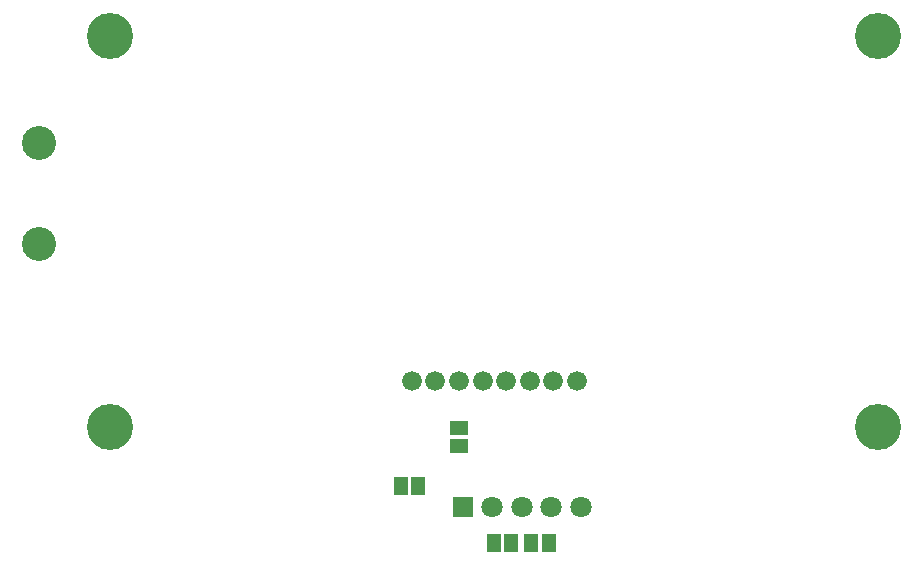
<source format=gts>
G04*
G04 #@! TF.GenerationSoftware,Altium Limited,Altium Designer,20.1.11 (218)*
G04*
G04 Layer_Color=8388736*
%FSLAX25Y25*%
%MOIN*%
G70*
G04*
G04 #@! TF.SameCoordinates,DDD296A5-092D-4BAE-9FCA-48E2803F740F*
G04*
G04*
G04 #@! TF.FilePolarity,Negative*
G04*
G01*
G75*
%ADD15R,0.06102X0.04921*%
%ADD16R,0.04921X0.06102*%
%ADD17C,0.15354*%
%ADD18C,0.11339*%
%ADD19C,0.06591*%
%ADD20R,0.07087X0.07087*%
%ADD21C,0.07087*%
D15*
X147500Y50453D02*
D03*
Y44547D02*
D03*
D16*
X128047Y31000D02*
D03*
X133953D02*
D03*
X159047Y12000D02*
D03*
X164953D02*
D03*
X171547D02*
D03*
X177453D02*
D03*
D17*
X287268Y180961D02*
D03*
X31362D02*
D03*
X287268Y50646D02*
D03*
X31362D02*
D03*
D18*
X7543Y145331D02*
D03*
Y111866D02*
D03*
D19*
X131756Y66000D02*
D03*
X139630D02*
D03*
X147504D02*
D03*
X155378D02*
D03*
X163252D02*
D03*
X171126D02*
D03*
X179000D02*
D03*
X186874D02*
D03*
D20*
X148815Y24000D02*
D03*
D21*
X158658D02*
D03*
X168500D02*
D03*
X178342D02*
D03*
X188185D02*
D03*
M02*

</source>
